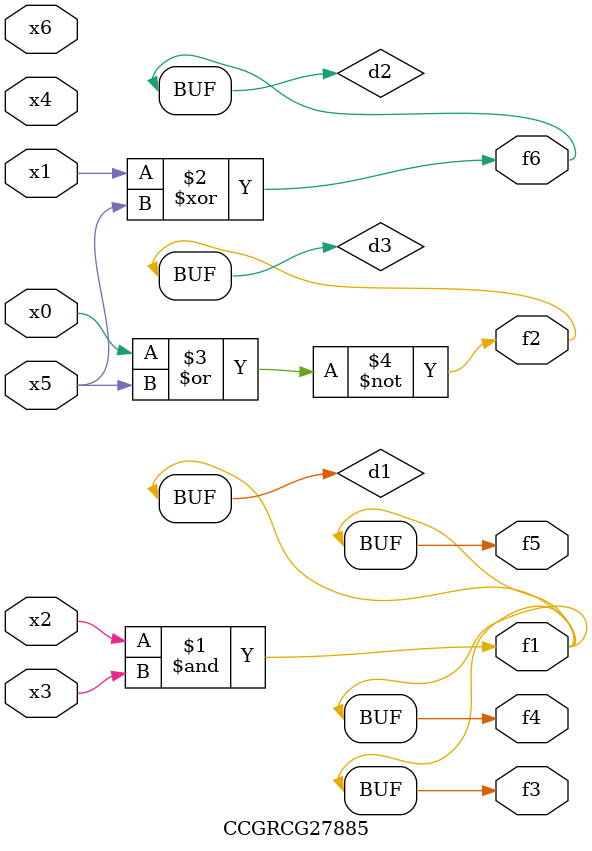
<source format=v>
module CCGRCG27885(
	input x0, x1, x2, x3, x4, x5, x6,
	output f1, f2, f3, f4, f5, f6
);

	wire d1, d2, d3;

	and (d1, x2, x3);
	xor (d2, x1, x5);
	nor (d3, x0, x5);
	assign f1 = d1;
	assign f2 = d3;
	assign f3 = d1;
	assign f4 = d1;
	assign f5 = d1;
	assign f6 = d2;
endmodule

</source>
